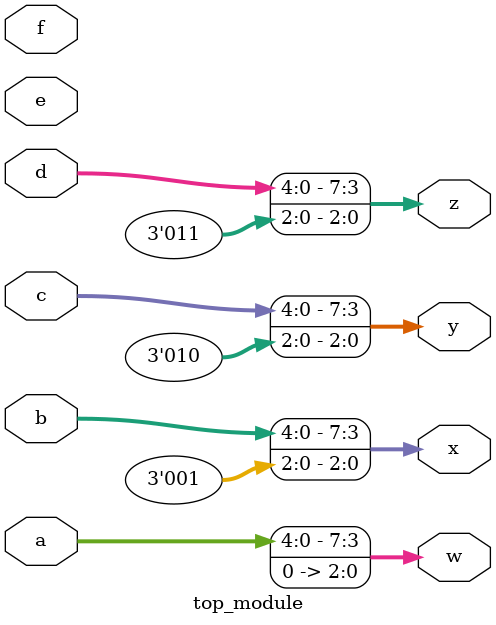
<source format=sv>
module top_module (
	input [4:0] a,
	input [4:0] b,
	input [4:0] c,
	input [4:0] d,
	input [4:0] e,
	input [4:0] f,
	output [7:0] w,
	output [7:0] x,
	output [7:0] y,
	output [7:0] z
);

	assign w = {a, 3'b000};
	assign x = {b, 3'b001};
	assign y = {c, 3'b010};
	assign z = {d, 3'b011};

endmodule

</source>
